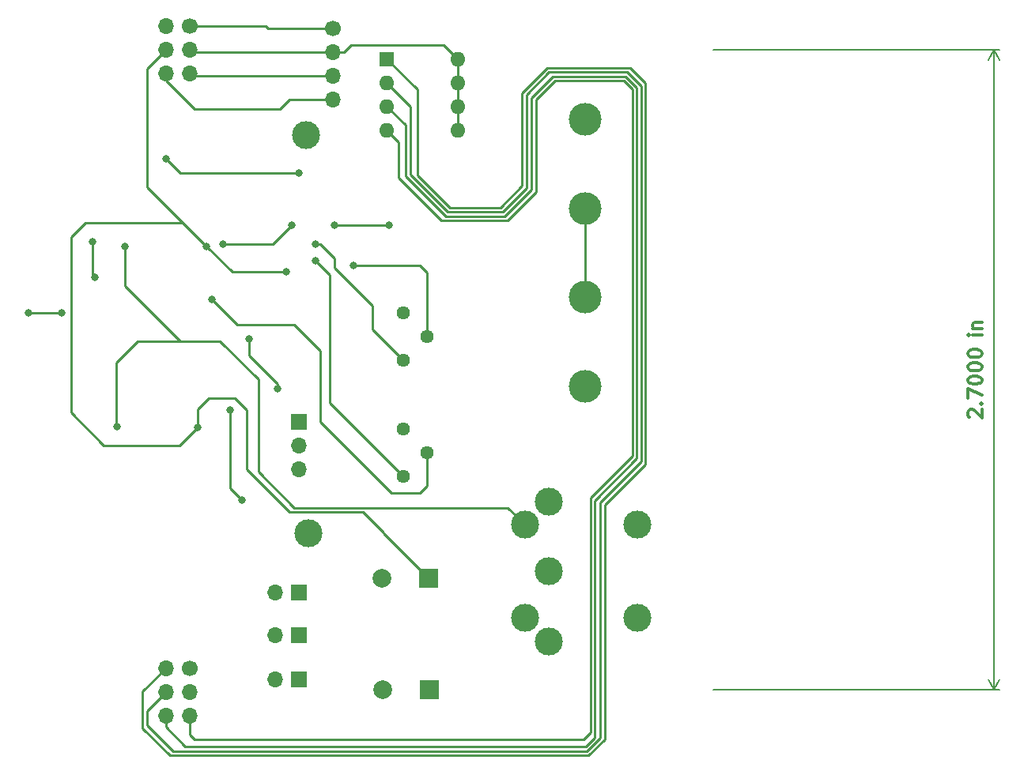
<source format=gbr>
%TF.GenerationSoftware,KiCad,Pcbnew,(7.0.0)*%
%TF.CreationDate,2024-02-24T11:01:10-08:00*%
%TF.ProjectId,Bottom_Board,426f7474-6f6d-45f4-926f-6172642e6b69,0*%
%TF.SameCoordinates,Original*%
%TF.FileFunction,Copper,L1,Top*%
%TF.FilePolarity,Positive*%
%FSLAX46Y46*%
G04 Gerber Fmt 4.6, Leading zero omitted, Abs format (unit mm)*
G04 Created by KiCad (PCBNEW (7.0.0)) date 2024-02-24 11:01:10*
%MOMM*%
%LPD*%
G01*
G04 APERTURE LIST*
%ADD10C,0.300000*%
%TA.AperFunction,NonConductor*%
%ADD11C,0.300000*%
%TD*%
%TA.AperFunction,NonConductor*%
%ADD12C,0.200000*%
%TD*%
%TA.AperFunction,ComponentPad*%
%ADD13O,1.700000X1.700000*%
%TD*%
%TA.AperFunction,ComponentPad*%
%ADD14C,1.700000*%
%TD*%
%TA.AperFunction,ComponentPad*%
%ADD15C,2.000000*%
%TD*%
%TA.AperFunction,ComponentPad*%
%ADD16R,2.000000X2.000000*%
%TD*%
%TA.AperFunction,ComponentPad*%
%ADD17C,3.000000*%
%TD*%
%TA.AperFunction,ComponentPad*%
%ADD18C,1.440000*%
%TD*%
%TA.AperFunction,ComponentPad*%
%ADD19R,1.700000X1.700000*%
%TD*%
%TA.AperFunction,ComponentPad*%
%ADD20R,1.600000X1.600000*%
%TD*%
%TA.AperFunction,ComponentPad*%
%ADD21O,1.600000X1.600000*%
%TD*%
%TA.AperFunction,ComponentPad*%
%ADD22C,3.500000*%
%TD*%
%TA.AperFunction,ViaPad*%
%ADD23C,0.800000*%
%TD*%
%TA.AperFunction,Conductor*%
%ADD24C,0.250000*%
%TD*%
G04 APERTURE END LIST*
D10*
D11*
X207197928Y-110284570D02*
X207126500Y-110213142D01*
X207126500Y-110213142D02*
X207055071Y-110070285D01*
X207055071Y-110070285D02*
X207055071Y-109713142D01*
X207055071Y-109713142D02*
X207126500Y-109570285D01*
X207126500Y-109570285D02*
X207197928Y-109498856D01*
X207197928Y-109498856D02*
X207340785Y-109427427D01*
X207340785Y-109427427D02*
X207483642Y-109427427D01*
X207483642Y-109427427D02*
X207697928Y-109498856D01*
X207697928Y-109498856D02*
X208555071Y-110355999D01*
X208555071Y-110355999D02*
X208555071Y-109427427D01*
X208412214Y-108784571D02*
X208483642Y-108713142D01*
X208483642Y-108713142D02*
X208555071Y-108784571D01*
X208555071Y-108784571D02*
X208483642Y-108855999D01*
X208483642Y-108855999D02*
X208412214Y-108784571D01*
X208412214Y-108784571D02*
X208555071Y-108784571D01*
X207055071Y-108213142D02*
X207055071Y-107213142D01*
X207055071Y-107213142D02*
X208555071Y-107855999D01*
X207055071Y-106355999D02*
X207055071Y-106213142D01*
X207055071Y-106213142D02*
X207126500Y-106070285D01*
X207126500Y-106070285D02*
X207197928Y-105998857D01*
X207197928Y-105998857D02*
X207340785Y-105927428D01*
X207340785Y-105927428D02*
X207626500Y-105855999D01*
X207626500Y-105855999D02*
X207983642Y-105855999D01*
X207983642Y-105855999D02*
X208269357Y-105927428D01*
X208269357Y-105927428D02*
X208412214Y-105998857D01*
X208412214Y-105998857D02*
X208483642Y-106070285D01*
X208483642Y-106070285D02*
X208555071Y-106213142D01*
X208555071Y-106213142D02*
X208555071Y-106355999D01*
X208555071Y-106355999D02*
X208483642Y-106498857D01*
X208483642Y-106498857D02*
X208412214Y-106570285D01*
X208412214Y-106570285D02*
X208269357Y-106641714D01*
X208269357Y-106641714D02*
X207983642Y-106713142D01*
X207983642Y-106713142D02*
X207626500Y-106713142D01*
X207626500Y-106713142D02*
X207340785Y-106641714D01*
X207340785Y-106641714D02*
X207197928Y-106570285D01*
X207197928Y-106570285D02*
X207126500Y-106498857D01*
X207126500Y-106498857D02*
X207055071Y-106355999D01*
X207055071Y-104927428D02*
X207055071Y-104784571D01*
X207055071Y-104784571D02*
X207126500Y-104641714D01*
X207126500Y-104641714D02*
X207197928Y-104570286D01*
X207197928Y-104570286D02*
X207340785Y-104498857D01*
X207340785Y-104498857D02*
X207626500Y-104427428D01*
X207626500Y-104427428D02*
X207983642Y-104427428D01*
X207983642Y-104427428D02*
X208269357Y-104498857D01*
X208269357Y-104498857D02*
X208412214Y-104570286D01*
X208412214Y-104570286D02*
X208483642Y-104641714D01*
X208483642Y-104641714D02*
X208555071Y-104784571D01*
X208555071Y-104784571D02*
X208555071Y-104927428D01*
X208555071Y-104927428D02*
X208483642Y-105070286D01*
X208483642Y-105070286D02*
X208412214Y-105141714D01*
X208412214Y-105141714D02*
X208269357Y-105213143D01*
X208269357Y-105213143D02*
X207983642Y-105284571D01*
X207983642Y-105284571D02*
X207626500Y-105284571D01*
X207626500Y-105284571D02*
X207340785Y-105213143D01*
X207340785Y-105213143D02*
X207197928Y-105141714D01*
X207197928Y-105141714D02*
X207126500Y-105070286D01*
X207126500Y-105070286D02*
X207055071Y-104927428D01*
X207055071Y-103498857D02*
X207055071Y-103356000D01*
X207055071Y-103356000D02*
X207126500Y-103213143D01*
X207126500Y-103213143D02*
X207197928Y-103141715D01*
X207197928Y-103141715D02*
X207340785Y-103070286D01*
X207340785Y-103070286D02*
X207626500Y-102998857D01*
X207626500Y-102998857D02*
X207983642Y-102998857D01*
X207983642Y-102998857D02*
X208269357Y-103070286D01*
X208269357Y-103070286D02*
X208412214Y-103141715D01*
X208412214Y-103141715D02*
X208483642Y-103213143D01*
X208483642Y-103213143D02*
X208555071Y-103356000D01*
X208555071Y-103356000D02*
X208555071Y-103498857D01*
X208555071Y-103498857D02*
X208483642Y-103641715D01*
X208483642Y-103641715D02*
X208412214Y-103713143D01*
X208412214Y-103713143D02*
X208269357Y-103784572D01*
X208269357Y-103784572D02*
X207983642Y-103856000D01*
X207983642Y-103856000D02*
X207626500Y-103856000D01*
X207626500Y-103856000D02*
X207340785Y-103784572D01*
X207340785Y-103784572D02*
X207197928Y-103713143D01*
X207197928Y-103713143D02*
X207126500Y-103641715D01*
X207126500Y-103641715D02*
X207055071Y-103498857D01*
X208555071Y-101456001D02*
X207555071Y-101456001D01*
X207055071Y-101456001D02*
X207126500Y-101527429D01*
X207126500Y-101527429D02*
X207197928Y-101456001D01*
X207197928Y-101456001D02*
X207126500Y-101384572D01*
X207126500Y-101384572D02*
X207055071Y-101456001D01*
X207055071Y-101456001D02*
X207197928Y-101456001D01*
X207555071Y-100741715D02*
X208555071Y-100741715D01*
X207697928Y-100741715D02*
X207626500Y-100670286D01*
X207626500Y-100670286D02*
X207555071Y-100527429D01*
X207555071Y-100527429D02*
X207555071Y-100313143D01*
X207555071Y-100313143D02*
X207626500Y-100170286D01*
X207626500Y-100170286D02*
X207769357Y-100098858D01*
X207769357Y-100098858D02*
X208555071Y-100098858D01*
D12*
X179824000Y-70866000D02*
X210390420Y-70866000D01*
X179824000Y-139446000D02*
X210390420Y-139446000D01*
X209804000Y-70866000D02*
X209804000Y-139446000D01*
X209804000Y-70866000D02*
X209804000Y-139446000D01*
X209804000Y-70866000D02*
X210390421Y-71992504D01*
X209804000Y-70866000D02*
X209217579Y-71992504D01*
X209804000Y-139446000D02*
X209217579Y-138319496D01*
X209804000Y-139446000D02*
X210390421Y-138319496D01*
D13*
%TO.P,J8,4,Pin_4*%
%TO.N,AN3*%
X139064999Y-76209999D03*
%TO.P,J8,3,Pin_3*%
%TO.N,AN2*%
X139064999Y-73669999D03*
%TO.P,J8,2,Pin_2*%
%TO.N,AN1*%
X139064999Y-71129999D03*
D14*
%TO.P,J8,1,Pin_1*%
%TO.N,AN0*%
X139065000Y-68590000D03*
%TD*%
D15*
%TO.P,C2,2*%
%TO.N,AN1*%
X144270323Y-127508000D03*
D16*
%TO.P,C2,1*%
%TO.N,5V*%
X149270322Y-127507999D03*
%TD*%
D17*
%TO.P,J5,1*%
%TO.N,AN1*%
X162142948Y-119288289D03*
%TO.P,J5,2*%
X162142948Y-126788289D03*
%TO.P,J5,3*%
%TO.N,5V*%
X162142948Y-134288289D03*
%TO.P,J5,4*%
%TO.N,-5V*%
X159642948Y-121788289D03*
%TO.P,J5,5*%
%TO.N,12V*%
X159642948Y-131788289D03*
%TO.P,J5,6*%
%TO.N,N/C*%
X171642948Y-121788289D03*
%TO.P,J5,7*%
X171642948Y-131788289D03*
%TD*%
D16*
%TO.P,C3,1*%
%TO.N,5V*%
X149351999Y-139445999D03*
D15*
%TO.P,C3,2*%
%TO.N,AN1*%
X144352000Y-139446000D03*
%TD*%
D14*
%TO.P,J2,1,Pin_1*%
%TO.N,AN0*%
X123698000Y-68326000D03*
D13*
%TO.P,J2,2,Pin_2*%
%TO.N,AN1*%
X121157999Y-68325999D03*
%TO.P,J2,3,Pin_3*%
X123697999Y-70865999D03*
%TO.P,J2,4,Pin_4*%
%TO.N,5V*%
X121157999Y-70865999D03*
%TO.P,J2,5,Pin_5*%
%TO.N,AN2*%
X123697999Y-73405999D03*
%TO.P,J2,6,Pin_6*%
%TO.N,AN3*%
X121157999Y-73405999D03*
%TD*%
D17*
%TO.P,TP2,1,1*%
%TO.N,Net-(C4-Pad1)*%
X136398000Y-122682000D03*
%TD*%
D14*
%TO.P,J1,1,Pin_1*%
%TO.N,D17*%
X123698000Y-137160000D03*
D13*
%TO.P,J1,2,Pin_2*%
%TO.N,D43*%
X121157999Y-137159999D03*
%TO.P,J1,3,Pin_3*%
%TO.N,D11*%
X123697999Y-139699999D03*
%TO.P,J1,4,Pin_4*%
%TO.N,D44*%
X121157999Y-139699999D03*
%TO.P,J1,5,Pin_5*%
%TO.N,D10*%
X123697999Y-142239999D03*
%TO.P,J1,6,Pin_6*%
%TO.N,D18*%
X121157999Y-142239999D03*
%TD*%
D18*
%TO.P,RV2,1,1*%
%TO.N,Net-(R15-Pad2)*%
X146573000Y-116586000D03*
%TO.P,RV2,2,2*%
%TO.N,Net-(R25-Pad2)*%
X149113000Y-114046000D03*
%TO.P,RV2,3,3*%
%TO.N,Net-(R18-Pad1)*%
X146573000Y-111506000D03*
%TD*%
D19*
%TO.P,J6,1,Pin_1*%
%TO.N,AN1*%
X135381999Y-133603999D03*
D13*
%TO.P,J6,2,Pin_2*%
%TO.N,D11*%
X132841999Y-133603999D03*
%TD*%
D20*
%TO.P,SW2,1*%
%TO.N,D43*%
X144822499Y-71891999D03*
D21*
%TO.P,SW2,2*%
%TO.N,D44*%
X144822499Y-74431999D03*
%TO.P,SW2,3*%
%TO.N,D18*%
X144822499Y-76971999D03*
%TO.P,SW2,4*%
%TO.N,D10*%
X144822499Y-79511999D03*
%TO.P,SW2,5*%
%TO.N,AN1*%
X152442499Y-79511999D03*
%TO.P,SW2,6*%
X152442499Y-76971999D03*
%TO.P,SW2,7*%
X152442499Y-74431999D03*
%TO.P,SW2,8*%
X152442499Y-71891999D03*
%TD*%
D19*
%TO.P,J3,1,Pin_1*%
%TO.N,AN1*%
X135381999Y-138351999D03*
D13*
%TO.P,J3,2,Pin_2*%
%TO.N,D10*%
X132841999Y-138351999D03*
%TD*%
D17*
%TO.P,TP1,1,1*%
%TO.N,Net-(U1D--)*%
X136144000Y-80010000D03*
%TD*%
D22*
%TO.P,J9,1,Pin_1*%
%TO.N,AN1*%
X166082500Y-106934000D03*
%TO.P,J9,2,Pin_2*%
X166082500Y-97404000D03*
%TO.P,J9,3,Pin_3*%
X166082500Y-87874000D03*
%TO.P,J9,4,Pin_4*%
%TO.N,E23_INPUT*%
X166082500Y-78344000D03*
%TD*%
D18*
%TO.P,RV1,1,1*%
%TO.N,Net-(R2-Pad1)*%
X146558000Y-104140000D03*
%TO.P,RV1,2,2*%
%TO.N,Net-(R6-Pad2)*%
X149098000Y-101600000D03*
%TO.P,RV1,3,3*%
%TO.N,Net-(R3-Pad2)*%
X146558000Y-99060000D03*
%TD*%
D19*
%TO.P,JP1,1,A*%
%TO.N,2x_OUTPUT*%
X135381999Y-110743999D03*
D13*
%TO.P,JP1,2,C*%
%TO.N,AN0*%
X135381999Y-113283999D03*
%TO.P,JP1,3,B*%
%TO.N,4x_OUTPUT*%
X135381999Y-115823999D03*
%TD*%
D19*
%TO.P,J7,1,Pin_1*%
%TO.N,AN1*%
X135381999Y-129031999D03*
D13*
%TO.P,J7,2,Pin_2*%
%TO.N,D17*%
X132841999Y-129031999D03*
%TD*%
D23*
%TO.N,AN1*%
X106426000Y-99060000D03*
X109982000Y-99060000D03*
X145034000Y-89662000D03*
X139192000Y-89662000D03*
X133096000Y-107188000D03*
X130048000Y-101854000D03*
%TO.N,Net-(C4-Pad2)*%
X129286000Y-119126000D03*
X128016000Y-109474000D03*
%TO.N,Net-(U1C--)*%
X113538000Y-95250000D03*
X113284000Y-91440000D03*
X135382000Y-84074000D03*
X121158000Y-82550000D03*
%TO.N,Net-(C8-Pad2)*%
X134620000Y-89662000D03*
X127254000Y-91694000D03*
%TO.N,Net-(R2-Pad1)*%
X137160000Y-91694000D03*
%TO.N,-5V*%
X115925600Y-111302800D03*
X116789200Y-91948000D03*
%TO.N,Net-(R6-Pad2)*%
X141224000Y-93980000D03*
%TO.N,Net-(R25-Pad2)*%
X126111000Y-97663000D03*
%TO.N,Net-(R15-Pad2)*%
X137160000Y-93472000D03*
%TO.N,5V*%
X134061200Y-94691200D03*
X125501400Y-91922600D03*
X124561600Y-111328200D03*
%TD*%
D24*
%TO.N,AN1*%
X109982000Y-99060000D02*
X106426000Y-99060000D01*
X139192000Y-89662000D02*
X145034000Y-89662000D01*
X166082500Y-97404000D02*
X166082500Y-87874000D01*
%TO.N,-5V*%
X157800659Y-119946000D02*
X159642948Y-121788289D01*
X134932000Y-119946000D02*
X157800659Y-119946000D01*
X131064000Y-106222800D02*
X131064000Y-116078000D01*
X131064000Y-116078000D02*
X134932000Y-119946000D01*
X126974600Y-102133400D02*
X131064000Y-106222800D01*
%TO.N,AN3*%
X121158000Y-74168000D02*
X124206000Y-77216000D01*
X136408000Y-76210000D02*
X139065000Y-76210000D01*
X133350000Y-77216000D02*
X134366000Y-76200000D01*
X136398000Y-76200000D02*
X136408000Y-76210000D01*
X124206000Y-77216000D02*
X133350000Y-77216000D01*
X134366000Y-76200000D02*
X136398000Y-76200000D01*
X121158000Y-73406000D02*
X121158000Y-74168000D01*
%TO.N,AN2*%
X136408000Y-73670000D02*
X139065000Y-73670000D01*
X123952000Y-73660000D02*
X136398000Y-73660000D01*
X123698000Y-73406000D02*
X123952000Y-73660000D01*
X136398000Y-73660000D02*
X136408000Y-73670000D01*
%TO.N,AN1*%
X123952000Y-71120000D02*
X140208000Y-71120000D01*
X152442500Y-79512000D02*
X152442500Y-76972000D01*
X150908500Y-70358000D02*
X140970000Y-70358000D01*
X123952000Y-71120000D02*
X123698000Y-70866000D01*
X152442500Y-74432000D02*
X152442500Y-71892000D01*
X133096000Y-106680000D02*
X133096000Y-107188000D01*
X152442500Y-76972000D02*
X152442500Y-74432000D01*
X130048000Y-103632000D02*
X133096000Y-106680000D01*
X140970000Y-70358000D02*
X140208000Y-71120000D01*
X152442500Y-71892000D02*
X150908500Y-70358000D01*
X130048000Y-101854000D02*
X130048000Y-103632000D01*
%TO.N,D43*%
X156972000Y-87804000D02*
X159316000Y-85460000D01*
X170862000Y-72818000D02*
X172488000Y-74444000D01*
X168148000Y-144782792D02*
X166430792Y-146500000D01*
X151558000Y-87804000D02*
X156972000Y-87804000D01*
X168148000Y-119634000D02*
X168148000Y-144782792D01*
X162003604Y-72818000D02*
X170862000Y-72818000D01*
X144822500Y-71892000D02*
X148082000Y-75151500D01*
X121608000Y-146500000D02*
X118676000Y-143568000D01*
X172488000Y-115294000D02*
X168148000Y-119634000D01*
X118676000Y-139642000D02*
X121158000Y-137160000D01*
X159316000Y-85460000D02*
X159316000Y-75505604D01*
X118676000Y-143568000D02*
X118676000Y-139642000D01*
X148082000Y-75151500D02*
X148082000Y-84328000D01*
X148082000Y-84328000D02*
X151558000Y-87804000D01*
X159316000Y-75505604D02*
X162003604Y-72818000D01*
X166430792Y-146500000D02*
X121608000Y-146500000D01*
X172488000Y-74444000D02*
X172488000Y-115294000D01*
%TO.N,D44*%
X172038000Y-114982000D02*
X167640000Y-119380000D01*
X159766000Y-75692000D02*
X162190000Y-73268000D01*
X121920000Y-146050000D02*
X119126000Y-143256000D01*
X147355198Y-76964698D02*
X147355198Y-84292802D01*
X144822500Y-74432000D02*
X147355198Y-76964698D01*
X151316396Y-88254000D02*
X157235604Y-88254000D01*
X159766000Y-85723604D02*
X159766000Y-75692000D01*
X162190000Y-73268000D02*
X170552792Y-73268000D01*
X157235604Y-88254000D02*
X159766000Y-85723604D01*
X167640000Y-119380000D02*
X167640000Y-144654396D01*
X167640000Y-144654396D02*
X166244396Y-146050000D01*
X147355198Y-84292802D02*
X151316396Y-88254000D01*
X119126000Y-141732000D02*
X121158000Y-139700000D01*
X170552792Y-73268000D02*
X172038000Y-74753208D01*
X166244396Y-146050000D02*
X121920000Y-146050000D01*
X172038000Y-74753208D02*
X172038000Y-114982000D01*
X119126000Y-143256000D02*
X119126000Y-141732000D01*
%TO.N,D18*%
X171588000Y-114670000D02*
X167074000Y-119184000D01*
X171588000Y-74939604D02*
X171588000Y-114670000D01*
X157422000Y-88704000D02*
X160274000Y-85852000D01*
X162627604Y-73718000D02*
X170366396Y-73718000D01*
X146812000Y-84386000D02*
X151130000Y-88704000D01*
X166116000Y-145542000D02*
X123257919Y-145542000D01*
X144822500Y-76972000D02*
X146812000Y-78961500D01*
X151130000Y-88704000D02*
X157422000Y-88704000D01*
X121158000Y-143442081D02*
X121158000Y-142240000D01*
X170366396Y-73718000D02*
X171588000Y-74939604D01*
X160274000Y-76071604D02*
X162627604Y-73718000D01*
X167074000Y-144584000D02*
X166116000Y-145542000D01*
X160274000Y-85852000D02*
X160274000Y-76071604D01*
X146812000Y-78961500D02*
X146812000Y-84386000D01*
X123257919Y-145542000D02*
X121158000Y-143442081D01*
X167074000Y-119184000D02*
X167074000Y-144584000D01*
%TO.N,D10*%
X144822500Y-79512000D02*
X144822500Y-79544500D01*
X166624000Y-144018000D02*
X165862000Y-144780000D01*
X160782000Y-76200000D02*
X162814000Y-74168000D01*
X170180000Y-74168000D02*
X171138000Y-75126000D01*
X162814000Y-74168000D02*
X170180000Y-74168000D01*
X165862000Y-144780000D02*
X124206000Y-144780000D01*
X123698000Y-144272000D02*
X123698000Y-142240000D01*
X146050000Y-84582000D02*
X150622000Y-89154000D01*
X171138000Y-75126000D02*
X171138000Y-114358000D01*
X124206000Y-144780000D02*
X123698000Y-144272000D01*
X160782000Y-86106000D02*
X160782000Y-76200000D01*
X146050000Y-80772000D02*
X146050000Y-84582000D01*
X157734000Y-89154000D02*
X160782000Y-86106000D01*
X144822500Y-79544500D02*
X146050000Y-80772000D01*
X150622000Y-89154000D02*
X157734000Y-89154000D01*
X171138000Y-114358000D02*
X166624000Y-118872000D01*
X166624000Y-118872000D02*
X166624000Y-144018000D01*
%TO.N,Net-(C4-Pad2)*%
X129286000Y-119126000D02*
X128016000Y-117856000D01*
X128016000Y-117856000D02*
X128016000Y-109474000D01*
%TO.N,Net-(U1C--)*%
X113284000Y-94996000D02*
X113538000Y-95250000D01*
X113284000Y-91440000D02*
X113284000Y-94996000D01*
X135382000Y-84074000D02*
X122682000Y-84074000D01*
X122682000Y-84074000D02*
X121158000Y-82550000D01*
%TO.N,Net-(C8-Pad2)*%
X132588000Y-91694000D02*
X134620000Y-89662000D01*
X127254000Y-91694000D02*
X132588000Y-91694000D01*
%TO.N,Net-(R2-Pad1)*%
X137160000Y-91694000D02*
X137668000Y-91694000D01*
X137668000Y-91694000D02*
X139192000Y-93218000D01*
X139192000Y-93218000D02*
X139192000Y-94234000D01*
X143256000Y-98298000D02*
X143256000Y-100838000D01*
X139192000Y-94234000D02*
X143256000Y-98298000D01*
X143256000Y-100838000D02*
X146558000Y-104140000D01*
%TO.N,-5V*%
X118110000Y-102108000D02*
X126949200Y-102108000D01*
X115925600Y-111302800D02*
X115824000Y-111201200D01*
X126974600Y-102133400D02*
X122707400Y-102133400D01*
X122707400Y-102133400D02*
X116789200Y-96215200D01*
X126949200Y-102108000D02*
X126974600Y-102133400D01*
X115824000Y-104394000D02*
X118110000Y-102108000D01*
X115824000Y-111201200D02*
X115824000Y-104394000D01*
X116789200Y-96215200D02*
X116789200Y-91948000D01*
%TO.N,Net-(R6-Pad2)*%
X148336000Y-93980000D02*
X141224000Y-93980000D01*
X149098000Y-101600000D02*
X149098000Y-94742000D01*
X149098000Y-94742000D02*
X148336000Y-93980000D01*
%TO.N,Net-(R25-Pad2)*%
X148336000Y-118364000D02*
X149113000Y-117587000D01*
X128778000Y-100330000D02*
X134874000Y-100330000D01*
X137668000Y-103124000D02*
X137668000Y-110744000D01*
X145288000Y-118364000D02*
X148336000Y-118364000D01*
X134874000Y-100330000D02*
X137668000Y-103124000D01*
X126111000Y-97663000D02*
X128778000Y-100330000D01*
X149113000Y-117587000D02*
X149113000Y-114046000D01*
X137668000Y-110744000D02*
X145288000Y-118364000D01*
%TO.N,Net-(R15-Pad2)*%
X137160000Y-93472000D02*
X138684000Y-94996000D01*
X138684000Y-94996000D02*
X138684000Y-108697000D01*
X138684000Y-108697000D02*
X146573000Y-116586000D01*
%TO.N,AN0*%
X132090000Y-68590000D02*
X139065000Y-68590000D01*
X131826000Y-68326000D02*
X132090000Y-68590000D01*
X123698000Y-68326000D02*
X131826000Y-68326000D01*
%TO.N,5V*%
X122986800Y-89408000D02*
X112522000Y-89408000D01*
X110998000Y-90932000D02*
X110998000Y-109778800D01*
X122605800Y-113284000D02*
X124561600Y-111328200D01*
X129794000Y-115824000D02*
X134366000Y-120396000D01*
X114503200Y-113284000D02*
X122605800Y-113284000D01*
X125501400Y-91922600D02*
X122986800Y-89408000D01*
X129794000Y-109474000D02*
X129794000Y-115824000D01*
X144485161Y-122641161D02*
X144485161Y-122722838D01*
X134061200Y-94691200D02*
X128270000Y-94691200D01*
X110998000Y-109778800D02*
X114503200Y-113284000D01*
X128270000Y-94691200D02*
X125501400Y-91922600D01*
X134366000Y-120396000D02*
X142240000Y-120396000D01*
X128524000Y-108204000D02*
X129794000Y-109474000D01*
X142240000Y-120396000D02*
X144485161Y-122641161D01*
X119151400Y-72872600D02*
X119151400Y-85572600D01*
X121158000Y-70866000D02*
X119151400Y-72872600D01*
X144485161Y-122722838D02*
X149270323Y-127508000D01*
X119151400Y-85572600D02*
X125501400Y-91922600D01*
X124561600Y-109372400D02*
X125730000Y-108204000D01*
X112522000Y-89408000D02*
X110998000Y-90932000D01*
X125730000Y-108204000D02*
X128524000Y-108204000D01*
X124561600Y-111328200D02*
X124561600Y-109372400D01*
%TD*%
M02*

</source>
